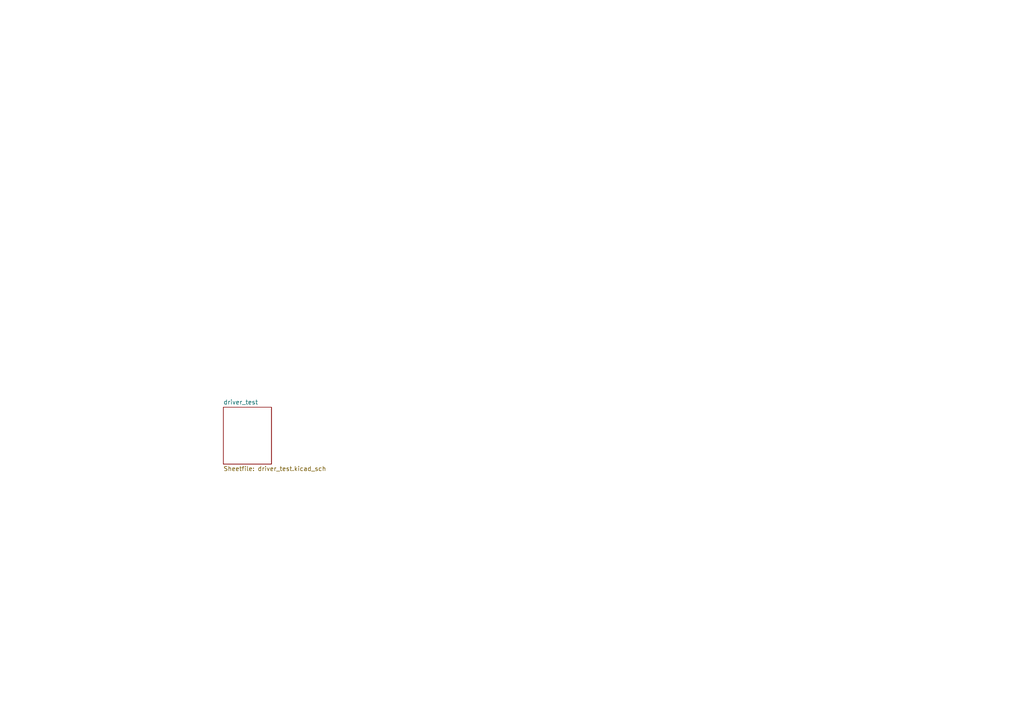
<source format=kicad_sch>
(kicad_sch
	(version 20231120)
	(generator "eeschema")
	(generator_version "8.0")
	(uuid "47e2378c-c2ad-4665-93e4-87eaee60250c")
	(paper "A4")
	(lib_symbols)
	(sheet
		(at 64.77 118.11)
		(size 13.97 16.51)
		(fields_autoplaced yes)
		(stroke
			(width 0.1524)
			(type solid)
		)
		(fill
			(color 0 0 0 0.0000)
		)
		(uuid "e069ae6d-b204-426f-9690-68a893b0bf06")
		(property "Sheetname" "driver_test"
			(at 64.77 117.3984 0)
			(effects
				(font
					(size 1.27 1.27)
				)
				(justify left bottom)
			)
		)
		(property "Sheetfile" "driver_test.kicad_sch"
			(at 64.77 135.2046 0)
			(show_name yes)
			(effects
				(font
					(size 1.27 1.27)
				)
				(justify left top)
			)
		)
		(instances
			(project "Bike_lamp"
				(path "/47e2378c-c2ad-4665-93e4-87eaee60250c"
					(page "2")
				)
			)
		)
	)
	(sheet_instances
		(path "/"
			(page "1")
		)
	)
)
</source>
